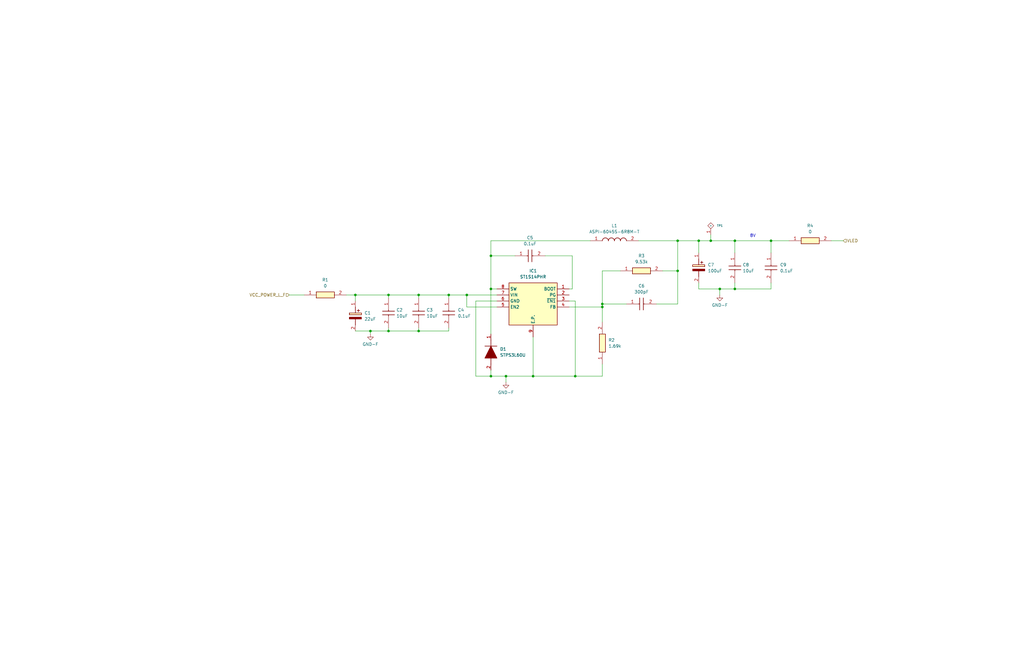
<source format=kicad_sch>
(kicad_sch (version 20231120) (generator "eeschema") (generator_version "8.0")
  (paper "B")
  (title_block (title "Audio System") (date "2025-02-06") (rev "P1") (company "Wolfe Engineering"))
  (lib_symbols
    (symbol "1 Audio Amp:RC0603JR-070RL" (pin_names hide)
      (property "Reference" "R" (at 13.97 6.35 0))
      (property "Value" "RC0603JR-070RL" (at 13.97 3.81 0))
      (symbol "RC0603JR-070RL_1_1"
        (rectangle (start 5.08 1.27) (end 12.7 -1.27) (stroke (width 0.254)) (fill (type background)))
        (pin passive line (at 0 0 0) (length 5.08) (name "1") (number "1"))
        (pin passive line (at 17.78 0 180) (length 5.08) (name "2") (number "2"))
      )
    )
    (symbol "Audio System:865080343009" (pin_names hide)
      (property "Reference" "C" (at 8.89 6.35 0))
      (property "Value" "865080343009" (at 8.89 3.81 0))
      (symbol "865080343009_1_1"
        (polyline (pts (xy 2.54 0) (xy 5.08 0)) (stroke (width 0.254)))
        (polyline (pts (xy 4.064 1.778) (xy 4.064 0.762)) (stroke (width 0.254)))
        (polyline (pts (xy 4.572 1.27) (xy 3.556 1.27)) (stroke (width 0.254)))
        (polyline (pts (xy 7.62 0) (xy 10.16 0)) (stroke (width 0.254)))
        (polyline (pts (xy 7.62 2.54) (xy 7.62 -2.54) (xy 6.858 -2.54) (xy 6.858 2.54) (xy 7.62 2.54)) (stroke (width 0.254)) (fill (type outline)))
        (rectangle (start 5.08 2.54) (end 5.842 -2.54) (stroke (width 0.254)) (fill (type background)))
        (pin passive line (at 0 0 0) (length 2.54) (name "+") (number "1"))
        (pin passive line (at 12.7 0 180) (length 2.54) (name "-") (number "2"))
      )
    )
    (symbol "Audio System:ASPI-6045S-6R8M-T" (pin_names hide)
      (property "Reference" "L" (at 16.51 6.35 0))
      (property "Value" "ASPI-6045S-6R8M-T" (at 16.51 3.81 0))
      (symbol "ASPI-6045S-6R8M-T_1_1"
        (arc (start 7.62 0) (mid 6.35 1.219) (end 5.08 0) (stroke (width 0.254)))
        (arc (start 10.16 0) (mid 8.89 1.219) (end 7.62 0) (stroke (width 0.254)))
        (arc (start 12.7 0) (mid 11.43 1.219) (end 10.16 0) (stroke (width 0.254)))
        (arc (start 15.24 0) (mid 13.97 1.219) (end 12.7 0) (stroke (width 0.254)))
        (pin passive line (at 0 0 0) (length 5.08) (name "1") (number "1"))
        (pin passive line (at 20.32 0 180) (length 5.08) (name "2") (number "2"))
      )
    )
    (symbol "Audio System:C0603C104M5RACTU" (pin_names hide)
      (property "Reference" "C" (at 8.89 6.35 0))
      (property "Value" "C0603C104M5RACTU" (at 8.89 3.81 0))
      (symbol "C0603C104M5RACTU_1_1"
        (polyline (pts (xy 5.08 0) (xy 5.588 0)) (stroke (width 0.254)))
        (polyline (pts (xy 5.588 2.54) (xy 5.588 -2.54)) (stroke (width 0.254)))
        (polyline (pts (xy 7.112 0) (xy 7.62 0)) (stroke (width 0.254)))
        (polyline (pts (xy 7.112 2.54) (xy 7.112 -2.54)) (stroke (width 0.254)))
        (pin passive line (at 0 0 0) (length 5.08) (name "1") (number "1"))
        (pin passive line (at 12.7 0 180) (length 5.08) (name "2") (number "2"))
      )
    )
    (symbol "Audio System:CL31A106MBHNNNE" (pin_names hide)
      (property "Reference" "C" (at 8.89 6.35 0))
      (property "Value" "CL31A106MBHNNNE" (at 8.89 3.81 0))
      (symbol "CL31A106MBHNNNE_1_1"
        (polyline (pts (xy 5.08 0) (xy 5.588 0)) (stroke (width 0.254)))
        (polyline (pts (xy 5.588 2.54) (xy 5.588 -2.54)) (stroke (width 0.254)))
        (polyline (pts (xy 7.112 0) (xy 7.62 0)) (stroke (width 0.254)))
        (polyline (pts (xy 7.112 2.54) (xy 7.112 -2.54)) (stroke (width 0.254)))
        (pin passive line (at 0 0 0) (length 5.08) (name "1") (number "1"))
        (pin passive line (at 12.7 0 180) (length 5.08) (name "2") (number "2"))
      )
    )
    (symbol "Audio System:EEU-FR1H100B" (pin_names hide)
      (property "Reference" "C" (at 8.89 6.35 0))
      (property "Value" "EEU-FR1H100B" (at 8.89 3.81 0))
      (symbol "EEU-FR1H100B_1_1"
        (polyline (pts (xy 2.54 0) (xy 5.08 0)) (stroke (width 0.254)))
        (polyline (pts (xy 4.064 1.778) (xy 4.064 0.762)) (stroke (width 0.254)))
        (polyline (pts (xy 4.572 1.27) (xy 3.556 1.27)) (stroke (width 0.254)))
        (polyline (pts (xy 7.62 0) (xy 10.16 0)) (stroke (width 0.254)))
        (polyline (pts (xy 7.62 2.54) (xy 7.62 -2.54) (xy 6.858 -2.54) (xy 6.858 2.54) (xy 7.62 2.54)) (stroke (width 0.254)) (fill (type outline)))
        (rectangle (start 5.08 2.54) (end 5.842 -2.54) (stroke (width 0.254)) (fill (type background)))
        (pin passive line (at 0 0 0) (length 2.54) (name "+") (number "1"))
        (pin passive line (at 12.7 0 180) (length 2.54) (name "-") (number "2"))
      )
    )
    (symbol "Audio System:GCM1555C1H301JA16D" (pin_names hide)
      (property "Reference" "C" (at 8.89 6.35 0))
      (property "Value" "GCM1555C1H301JA16D" (at 8.89 3.81 0))
      (symbol "GCM1555C1H301JA16D_1_1"
        (polyline (pts (xy 5.08 0) (xy 5.588 0)) (stroke (width 0.254)))
        (polyline (pts (xy 5.588 2.54) (xy 5.588 -2.54)) (stroke (width 0.254)))
        (polyline (pts (xy 7.112 0) (xy 7.62 0)) (stroke (width 0.254)))
        (polyline (pts (xy 7.112 2.54) (xy 7.112 -2.54)) (stroke (width 0.254)))
        (pin passive line (at 0 0 0) (length 5.08) (name "1") (number "1"))
        (pin passive line (at 12.7 0 180) (length 5.08) (name "2") (number "2"))
      )
    )
    (symbol "Audio System:RC0603FR-071K69L" (pin_names hide)
      (property "Reference" "R" (at 13.97 6.35 0))
      (property "Value" "RC0603FR-071K69L" (at 13.97 3.81 0))
      (symbol "RC0603FR-071K69L_1_1"
        (rectangle (start 5.08 1.27) (end 12.7 -1.27) (stroke (width 0.254)) (fill (type background)))
        (pin passive line (at 0 0 0) (length 5.08) (name "1") (number "1"))
        (pin passive line (at 17.78 0 180) (length 5.08) (name "2") (number "2"))
      )
    )
    (symbol "Audio System:RC0603FR-079K53L" (pin_names hide)
      (property "Reference" "R" (at 13.97 6.35 0))
      (property "Value" "RC0603FR-079K53L" (at 13.97 3.81 0))
      (symbol "RC0603FR-079K53L_1_1"
        (rectangle (start 5.08 1.27) (end 12.7 -1.27) (stroke (width 0.254)) (fill (type background)))
        (pin passive line (at 0 0 0) (length 5.08) (name "1") (number "1"))
        (pin passive line (at 17.78 0 180) (length 5.08) (name "2") (number "2"))
      )
    )
    (symbol "Audio System:ST1S14PHR"
      (property "Reference" "IC" (at 26.67 7.62 0))
      (property "Value" "ST1S14PHR" (at 26.67 5.08 0))
      (symbol "ST1S14PHR_1_1"
        (rectangle (start 5.08 2.54) (end 25.4 -15.24) (stroke (width 0.254)) (fill (type background)))
        (pin passive line (at 0 0 0) (length 5.08) (name "BOOT") (number "1"))
        (pin passive line (at 0 -2.54 0) (length 5.08) (name "PG") (number "2"))
        (pin passive line (at 0 -5.08 0) (length 5.08) (name "~{EN1}") (number "3"))
        (pin passive line (at 0 -7.62 0) (length 5.08) (name "FB") (number "4"))
        (pin passive line (at 30.48 -7.62 180) (length 5.08) (name "EN2") (number "5"))
        (pin passive line (at 30.48 -5.08 180) (length 5.08) (name "GND") (number "6"))
        (pin passive line (at 30.48 -2.54 180) (length 5.08) (name "VIN") (number "7"))
        (pin passive line (at 30.48 0 180) (length 5.08) (name "SW") (number "8"))
        (pin passive line (at 15.24 -20.32 90) (length 5.08) (name "E.P.") (number "9"))
      )
    )
    (symbol "Audio System:STPS3L60U" (pin_names hide)
      (property "Reference" "D" (at 11.43 5.08 0))
      (property "Value" "STPS3L60U" (at 11.43 2.54 0))
      (symbol "STPS3L60U_1_1"
        (polyline (pts (xy 2.54 0) (xy 5.08 0)) (stroke (width 0.254)))
        (polyline (pts (xy 5.08 2.54) (xy 5.08 -2.54)) (stroke (width 0.254)))
        (polyline (pts (xy 10.16 0) (xy 12.7 0)) (stroke (width 0.254)))
        (polyline (pts (xy 5.08 0) (xy 10.16 2.54) (xy 10.16 -2.54) (xy 5.08 0)) (stroke (width 0.254)) (fill (type outline)))
        (pin passive line (at 0 0 0) (length 2.54) (name "K") (number "1"))
        (pin passive line (at 15.24 0 180) (length 2.54) (name "A") (number "2"))
      )
    )
    (symbol "Audio System:TP"
      (property "Reference" "TP" (at 2.54 -1.27 0))
      (symbol "TP_0_1"
        (polyline (pts (xy 0 -1.27) (xy 1.27 0) (xy 0 1.27) (xy -1.27 0) (xy 0 -1.27)))
      )
      (symbol "TP_1_1"
        (pin input line (at 0 -3.81 90) (length 2.54) (name "") (number "1"))
      )
    )
    (symbol "GND_2" (power) (pin_names (offset 0))
      (property "Value" "GND" (at 0 -3.81 0))
      (symbol "GND_2_0_1"
        (polyline (pts (xy 0 0) (xy 0 -1.27) (xy 1.27 -1.27) (xy 0 -2.54) (xy -1.27 -1.27) (xy 0 -1.27)))
      )
      (symbol "GND_2_1_1"
        (pin power_in line (at 0 0 270) (length 0) hide (name "GND") (number "1"))
      )
    )
    (symbol "GND_3" (power) (pin_names (offset 0))
      (property "Value" "GND" (at 0 -3.81 0))
      (symbol "GND_3_0_1"
        (polyline (pts (xy 0 0) (xy 0 -1.27) (xy 1.27 -1.27) (xy 0 -2.54) (xy -1.27 -1.27) (xy 0 -1.27)))
      )
      (symbol "GND_3_1_1"
        (pin power_in line (at 0 0 270) (length 0) hide (name "GND") (number "1"))
      )
    )
  )
  (junction (at 207.01 121.92))
  (junction (at 294.64 101.6))
  (junction (at 254 128.27))
  (junction (at 149.86 124.46))
  (junction (at 309.88 101.6))
  (junction (at 254 129.54))
  (junction (at 189.23 124.46))
  (junction (at 303.53 121.92))
  (junction (at 299.72 101.6))
  (junction (at 309.88 121.92))
  (junction (at 207.01 107.95))
  (junction (at 213.36 158.75))
  (junction (at 163.83 139.7))
  (junction (at 176.53 124.46))
  (junction (at 163.83 124.46))
  (junction (at 325.12 101.6))
  (junction (at 176.53 139.7))
  (junction (at 207.01 158.75))
  (junction (at 285.75 101.6))
  (junction (at 224.79 158.75))
  (junction (at 242.57 158.75))
  (junction (at 156.21 139.7))
  (junction (at 196.85 124.46))
  (junction (at 285.75 114.3))
  (wire (pts (xy 207.01 121.92) (xy 209.55 121.92)))
  (wire (pts (xy 176.53 125.73) (xy 176.53 124.46)))
  (wire (pts (xy 189.23 124.46) (xy 196.85 124.46)))
  (wire (pts (xy 242.57 158.75) (xy 224.79 158.75)))
  (wire (pts (xy 213.36 158.75) (xy 207.01 158.75)))
  (wire (pts (xy 209.55 127) (xy 200.66 127)))
  (wire (pts (xy 209.55 129.54) (xy 196.85 129.54)))
  (wire (pts (xy 240.03 127) (xy 242.57 127)))
  (wire (pts (xy 189.23 138.43) (xy 189.23 139.7)))
  (wire (pts (xy 207.01 158.75) (xy 200.66 158.75)))
  (wire (pts (xy 285.75 114.3) (xy 285.75 128.27)))
  (wire (pts (xy 294.64 101.6) (xy 294.64 106.68)))
  (wire (pts (xy 294.64 119.38) (xy 294.64 121.92)))
  (wire (pts (xy 241.3 107.95) (xy 229.87 107.95)))
  (wire (pts (xy 207.01 121.92) (xy 207.01 140.97)))
  (wire (pts (xy 240.03 121.92) (xy 241.3 121.92)))
  (wire (pts (xy 303.53 121.92) (xy 303.53 124.46)))
  (wire (pts (xy 121.92 124.46) (xy 128.27 124.46)))
  (wire (pts (xy 196.85 124.46) (xy 209.55 124.46)))
  (wire (pts (xy 261.62 114.3) (xy 254 114.3)))
  (wire (pts (xy 309.88 101.6) (xy 325.12 101.6)))
  (wire (pts (xy 309.88 121.92) (xy 325.12 121.92)))
  (wire (pts (xy 269.24 101.6) (xy 285.75 101.6)))
  (wire (pts (xy 279.4 114.3) (xy 285.75 114.3)))
  (wire (pts (xy 146.05 124.46) (xy 149.86 124.46)))
  (wire (pts (xy 294.64 101.6) (xy 299.72 101.6)))
  (wire (pts (xy 285.75 101.6) (xy 285.75 114.3)))
  (wire (pts (xy 217.17 107.95) (xy 207.01 107.95)))
  (wire (pts (xy 213.36 158.75) (xy 224.79 158.75)))
  (wire (pts (xy 254 158.75) (xy 254 153.67)))
  (wire (pts (xy 276.86 128.27) (xy 285.75 128.27)))
  (wire (pts (xy 189.23 124.46) (xy 189.23 125.73)))
  (wire (pts (xy 325.12 101.6) (xy 332.74 101.6)))
  (wire (pts (xy 350.52 101.6) (xy 355.6 101.6)))
  (wire (pts (xy 241.3 121.92) (xy 241.3 107.95)))
  (wire (pts (xy 149.86 139.7) (xy 156.21 139.7)))
  (wire (pts (xy 299.72 101.6) (xy 309.88 101.6)))
  (wire (pts (xy 264.16 128.27) (xy 254 128.27)))
  (wire (pts (xy 200.66 127) (xy 200.66 158.75)))
  (wire (pts (xy 207.01 107.95) (xy 207.01 121.92)))
  (wire (pts (xy 325.12 119.38) (xy 325.12 121.92)))
  (wire (pts (xy 149.86 124.46) (xy 163.83 124.46)))
  (wire (pts (xy 303.53 121.92) (xy 309.88 121.92)))
  (wire (pts (xy 196.85 129.54) (xy 196.85 124.46)))
  (wire (pts (xy 309.88 101.6) (xy 309.88 106.68)))
  (wire (pts (xy 242.57 127) (xy 242.57 158.75)))
  (wire (pts (xy 213.36 158.75) (xy 213.36 161.29)))
  (wire (pts (xy 254 128.27) (xy 254 129.54)))
  (wire (pts (xy 224.79 142.24) (xy 224.79 158.75)))
  (wire (pts (xy 176.53 139.7) (xy 176.53 138.43)))
  (wire (pts (xy 285.75 101.6) (xy 294.64 101.6)))
  (wire (pts (xy 299.72 99.06) (xy 299.72 101.6)))
  (wire (pts (xy 163.83 139.7) (xy 176.53 139.7)))
  (wire (pts (xy 189.23 139.7) (xy 176.53 139.7)))
  (wire (pts (xy 207.01 101.6) (xy 248.92 101.6)))
  (wire (pts (xy 163.83 125.73) (xy 163.83 124.46)))
  (wire (pts (xy 207.01 107.95) (xy 207.01 101.6)))
  (wire (pts (xy 156.21 139.7) (xy 163.83 139.7)))
  (wire (pts (xy 254 129.54) (xy 254 135.89)))
  (wire (pts (xy 254 114.3) (xy 254 128.27)))
  (wire (pts (xy 309.88 119.38) (xy 309.88 121.92)))
  (wire (pts (xy 325.12 101.6) (xy 325.12 106.68)))
  (wire (pts (xy 163.83 124.46) (xy 176.53 124.46)))
  (wire (pts (xy 294.64 121.92) (xy 303.53 121.92)))
  (wire (pts (xy 207.01 156.21) (xy 207.01 158.75)))
  (wire (pts (xy 240.03 129.54) (xy 254 129.54)))
  (wire (pts (xy 254 158.75) (xy 242.57 158.75)))
  (wire (pts (xy 176.53 124.46) (xy 189.23 124.46)))
  (wire (pts (xy 156.21 139.7) (xy 156.21 140.97)))
  (wire (pts (xy 149.86 124.46) (xy 149.86 127)))
  (wire (pts (xy 163.83 138.43) (xy 163.83 139.7)))
  (text "8V\n" (at 316.23 100.33 0) (effects (font (size 1.27 1.27)) (justify left bottom)))
  (hierarchical_label "VLED" (shape input) (at 355.6 101.6 0))
  (hierarchical_label "VCC_POWER_L_F" (shape input) (at 121.92 124.46 180))
  (symbol (lib_id "Audio System:C0603C104M5RACTU") (at 325.12 106.68 270) (unit 1)
    (property "Reference" "C9" (at 328.93 111.76 90) (effects (justify left)))
    (property "Value" "0.1uF" (at 328.93 114.3 90) (effects (justify left)))
    (property "Footprint" "1 Audio Amp:C0603" (effects (hide yes)))
    (property "Datasheet" "https://content.kemet.com/datasheets/KEM_C1002_X7R_SMD.pdf" (effects (hide yes)))
    (property "Height" "0.87" (effects (hide yes)))
    (property "Manufacturer_Name" "KEMET" (effects (hide yes)))
    (property "Manufacturer_Part_Number" "C0603C104M5RACTU" (effects (hide yes)))
    (property "Mouser Part Number" "80-C0603C104M5R" (effects (hide yes)))
    (property "Mouser Price/Stock" "https://www.mouser.co.uk/ProductDetail/KEMET/C0603C104M5RACTU?qs=YkRtRX%252BfoqJT%252B0m410IP4A%3D%3D" (effects (hide yes)))
    (property "Arrow Part Number" "C0603C104M5RACTU" (effects (hide yes)))
    (property "Arrow Price/Stock" "https://www.arrow.com/en/products/c0603c104m5ractu/kemet-corporation?utm_currency=USD&region=nac" (effects (hide yes)))
  )
  (symbol (lib_id "Audio System:C0603C104M5RACTU") (at 217.17 107.95 0) (unit 1)
    (property "Reference" "C5" (at 223.52 100.33 0))
    (property "Value" "0.1uF" (at 223.52 102.87 0))
    (property "Footprint" "1 Audio Amp:C0603" (effects (hide yes)))
    (property "Datasheet" "https://content.kemet.com/datasheets/KEM_C1002_X7R_SMD.pdf" (effects (hide yes)))
    (property "Height" "0.87" (effects (hide yes)))
    (property "Manufacturer_Name" "KEMET" (effects (hide yes)))
    (property "Manufacturer_Part_Number" "C0603C104M5RACTU" (effects (hide yes)))
    (property "Mouser Part Number" "80-C0603C104M5R" (effects (hide yes)))
    (property "Mouser Price/Stock" "https://www.mouser.co.uk/ProductDetail/KEMET/C0603C104M5RACTU?qs=YkRtRX%252BfoqJT%252B0m410IP4A%3D%3D" (effects (hide yes)))
    (property "Arrow Part Number" "C0603C104M5RACTU" (effects (hide yes)))
    (property "Arrow Price/Stock" "https://www.arrow.com/en/products/c0603c104m5ractu/kemet-corporation?utm_currency=USD&region=nac" (effects (hide yes)))
  )
  (symbol (lib_name "GND_3") (lib_id "power:GND") (at 156.21 140.97 0) (unit 1)
    (property "Reference" "#PWR01" (effects (hide yes)))
    (property "Value" "GND-F" (at 156.21 145.288 0))
  )
  (symbol (lib_name "GND_2") (lib_id "power:GND") (at 213.36 161.29 0) (unit 1)
    (property "Reference" "#PWR02" (effects (hide yes)))
    (property "Value" "GND-F" (at 213.36 165.608 0))
  )
  (symbol (lib_id "Audio System:C0603C104M5RACTU") (at 189.23 125.73 270) (unit 1)
    (property "Reference" "C4" (at 193.04 130.81 90) (effects (justify left)))
    (property "Value" "0.1uF" (at 193.04 133.35 90) (effects (justify left)))
    (property "Footprint" "1 Audio Amp:C0603" (effects (hide yes)))
    (property "Datasheet" "https://content.kemet.com/datasheets/KEM_C1002_X7R_SMD.pdf" (effects (hide yes)))
    (property "Height" "0.87" (effects (hide yes)))
    (property "Manufacturer_Name" "KEMET" (effects (hide yes)))
    (property "Manufacturer_Part_Number" "C0603C104M5RACTU" (effects (hide yes)))
    (property "Mouser Part Number" "80-C0603C104M5R" (effects (hide yes)))
    (property "Mouser Price/Stock" "https://www.mouser.co.uk/ProductDetail/KEMET/C0603C104M5RACTU?qs=YkRtRX%252BfoqJT%252B0m410IP4A%3D%3D" (effects (hide yes)))
    (property "Arrow Part Number" "C0603C104M5RACTU" (effects (hide yes)))
    (property "Arrow Price/Stock" "https://www.arrow.com/en/products/c0603c104m5ractu/kemet-corporation?utm_currency=USD&region=nac" (effects (hide yes)))
  )
  (symbol (lib_id "Audio System:RC0603FR-079K53L") (at 261.62 114.3 0) (unit 1)
    (property "Reference" "R3" (at 270.51 107.95 0))
    (property "Value" "9.53k" (at 270.51 110.49 0))
    (property "Footprint" "1 Audio Amp:RESC1608X55N" (effects (hide yes)))
    (property "Datasheet" "http://www.yageo.com/documents/recent/PYu-RC0603_51_RoHS_L_v5.pdf" (effects (hide yes)))
    (property "Height" "0.55" (effects (hide yes)))
    (property "Manufacturer_Name" "KEMET" (effects (hide yes)))
    (property "Manufacturer_Part_Number" "RC0603FR-079K53L" (effects (hide yes)))
    (property "Mouser Part Number" "603-RC0603FR-079K53L" (effects (hide yes)))
    (property "Mouser Price/Stock" "https://www.mouser.co.uk/ProductDetail/Yageo/RC0603FR-079K53L?qs=2cAdsCoAWREFD9FeX3CIhg%3D%3D" (effects (hide yes)))
    (property "Arrow Part Number" "RC0603FR-079K53L" (effects (hide yes)))
    (property "Arrow Price/Stock" "https://www.arrow.com/en/products/rc0603fr-079k53l/yageo" (effects (hide yes)))
  )
  (symbol (lib_id "Audio System:CL31A106MBHNNNE") (at 163.83 125.73 270) (unit 1)
    (property "Reference" "C2" (at 167.132 130.81 90) (effects (justify left)))
    (property "Value" "10uF" (at 167.132 133.35 90) (effects (justify left)))
    (property "Footprint" "1 Audio Amp:CAPC3216X180N" (effects (hide yes)))
    (property "Datasheet" "https://media.digikey.com/pdf/Data%20Sheets/Samsung%20PDFs/CL_Series_MLCC_ds.pdf" (effects (hide yes)))
    (property "Height" "1.8" (effects (hide yes)))
    (property "Manufacturer_Name" "SAMSUNG" (effects (hide yes)))
    (property "Manufacturer_Part_Number" "CL31A106MBHNNNE" (effects (hide yes)))
    (property "Mouser Part Number" "187-CL31A106MBHNNNE" (effects (hide yes)))
    (property "Mouser Price/Stock" "https://www.mouser.co.uk/ProductDetail/Samsung-Electro-Mechanics/CL31A106MBHNNNE?qs=vLWxofP3U2ynwxdpGjlUyw%3D%3D" (effects (hide yes)))
    (property "Arrow Part Number" "CL31A106MBHNNNE" (effects (hide yes)))
    (property "Arrow Price/Stock" "https://www.arrow.com/en/products/cl31a106mbhnnne/samsung-electro-mechanics?region=nac" (effects (hide yes)))
  )
  (symbol (lib_id "Audio System:ST1S14PHR") (at 240.03 121.92 0) (mirror y) (unit 1)
    (property "Reference" "IC1" (at 224.79 114.3 0))
    (property "Value" "ST1S14PHR" (at 224.79 116.84 0))
    (property "Footprint" "1 Audio Amp:SOIC127P600X175-9N" (effects (hide yes)))
    (property "Datasheet" "http://www.st.com/web/en/resource/technical/document/datasheet/CD00285678.pdf" (effects (hide yes)))
    (property "Height" "1.75" (effects (hide yes)))
    (property "Manufacturer_Name" "STMicroelectronics" (effects (hide yes)))
    (property "Manufacturer_Part_Number" "ST1S14PHR" (effects (hide yes)))
    (property "Mouser Part Number" "511-ST1S14PHR" (effects (hide yes)))
    (property "Mouser Price/Stock" "https://www.mouser.co.uk/ProductDetail/STMicroelectronics/ST1S14PHR?qs=NQm4g1eHia4Ogn8sLa%252BqDg%3D%3D" (effects (hide yes)))
    (property "Arrow Part Number" "ST1S14PHR" (effects (hide yes)))
    (property "Arrow Price/Stock" "https://www.arrow.com/en/products/st1s14phr/stmicroelectronics?region=europe" (effects (hide yes)))
  )
  (symbol (lib_id "Audio System:CL31A106MBHNNNE") (at 176.53 125.73 270) (unit 1)
    (property "Reference" "C3" (at 179.832 130.81 90) (effects (justify left)))
    (property "Value" "10uF" (at 179.832 133.35 90) (effects (justify left)))
    (property "Footprint" "1 Audio Amp:CAPC3216X180N" (effects (hide yes)))
    (property "Datasheet" "https://media.digikey.com/pdf/Data%20Sheets/Samsung%20PDFs/CL_Series_MLCC_ds.pdf" (effects (hide yes)))
    (property "Height" "1.8" (effects (hide yes)))
    (property "Manufacturer_Name" "SAMSUNG" (effects (hide yes)))
    (property "Manufacturer_Part_Number" "CL31A106MBHNNNE" (effects (hide yes)))
    (property "Mouser Part Number" "187-CL31A106MBHNNNE" (effects (hide yes)))
    (property "Mouser Price/Stock" "https://www.mouser.co.uk/ProductDetail/Samsung-Electro-Mechanics/CL31A106MBHNNNE?qs=vLWxofP3U2ynwxdpGjlUyw%3D%3D" (effects (hide yes)))
    (property "Arrow Part Number" "CL31A106MBHNNNE" (effects (hide yes)))
    (property "Arrow Price/Stock" "https://www.arrow.com/en/products/cl31a106mbhnnne/samsung-electro-mechanics?region=nac" (effects (hide yes)))
  )
  (symbol (lib_id "Audio System:EEU-FR1H100B") (at 149.86 127 270) (unit 1)
    (property "Reference" "C1" (at 153.67 132.08 90) (effects (justify left)))
    (property "Value" "22uF" (at 153.67 134.62 90) (effects (justify left)))
    (property "Footprint" "1 Audio Amp:CAPPRD200W55D500H1250" (effects (hide yes)))
    (property "Datasheet" "http://industrial.panasonic.com/cdbs/www-data/pdf/RDF0000/ABA0000C1259.pdf" (effects (hide yes)))
    (property "Height" "12.5" (effects (hide yes)))
    (property "Manufacturer_Name" "Panasonic" (effects (hide yes)))
    (property "Manufacturer_Part_Number" "EEU-FR1H100B" (effects (hide yes)))
    (property "Mouser Part Number" "667-EEU-FR1H100B" (effects (hide yes)))
    (property "Mouser Price/Stock" "https://www.mouser.co.uk/ProductDetail/Panasonic/EEU-FR1H100B?qs=tfZGHB2PWd1xuGJO0KXeNw%3D%3D" (effects (hide yes)))
    (property "Arrow Part Number" "EEU-FR1H100B" (effects (hide yes)))
    (property "Arrow Price/Stock" "https://www.arrow.com/en/products/eeu-fr1h100b/panasonic?region=nac" (effects (hide yes)))
  )
  (symbol (lib_id "Audio System:GCM1555C1H301JA16D") (at 264.16 128.27 0) (unit 1)
    (property "Reference" "C6" (at 270.51 120.65 0))
    (property "Value" "300pF" (at 270.51 123.19 0))
    (property "Footprint" "1 Audio Amp:GCM155" (effects (hide yes)))
    (property "Datasheet" "https://search.murata.co.jp/Ceramy/image/img/A01X/G101/ENG/GCM1555C1H301JA16-01.pdf" (effects (hide yes)))
    (property "Height" "0.55" (effects (hide yes)))
    (property "Manufacturer_Name" "Murata Electronics" (effects (hide yes)))
    (property "Manufacturer_Part_Number" "GCM1555C1H301JA16D" (effects (hide yes)))
    (property "Mouser Part Number" "81-GCM1555C1H301JA6D" (effects (hide yes)))
    (property "Mouser Price/Stock" "https://www.mouser.com/Search/Refine.aspx?Keyword=81-GCM1555C1H301JA6D" (effects (hide yes)))
  )
  (symbol (lib_id "Audio System:TP") (at 299.72 95.25 0) (unit 1) (exclude_from_sim yes) (in_bom no)
    (property "Reference" "TP1" (at 302.26 95.2499 0) (effects (font (size 0.9 0.9)) (justify left)))
    (property "Value" "~" (at 299.72 95.25 0))
    (property "Footprint" "1 Audio Amp:TP" (effects (hide yes)))
  )
  (symbol (lib_id "1 Audio Amp:RC0603JR-070RL") (at 128.27 124.46 0) (unit 1)
    (property "Reference" "R1" (at 137.16 118.11 0))
    (property "Value" "0" (at 137.16 120.65 0))
    (property "Footprint" "1 Audio Amp:RESC1608X55N" (effects (hide yes)))
    (property "Datasheet" "https://componentsearchengine.com/Datasheets/2/RC0603JR-070RL.pdf" (effects (hide yes)))
    (property "Description" "Yageo 0, 0603 (1608M) Thick Film SMD Resistor - RC0603JR-070RL" (effects (hide yes)))
    (property "Height" "0.55" (effects (hide yes)))
    (property "Manufacturer_Name" "YAGEO" (effects (hide yes)))
    (property "Manufacturer_Part_Number" "RC0603JR-070RL" (effects (hide yes)))
    (property "Mouser Part Number" "603-RC0603JR-070RL" (effects (hide yes)))
    (property "Mouser Price/Stock" "https://www.mouser.co.uk/ProductDetail/YAGEO/RC0603JR-070RL?qs=2cAdsCoAWRGWyPcuXgGiXQ%3D%3D" (effects (hide yes)))
    (property "Arrow Part Number" "RC0603JR-070RL" (effects (hide yes)))
    (property "Arrow Price/Stock" "https://www.arrow.com/en/products/rc0603jr-070rl/yageo?utm_currency=USD&region=nac" (effects (hide yes)))
  )
  (symbol (lib_id "Audio System:STPS3L60U") (at 207.01 140.97 270) (unit 1)
    (property "Reference" "D1" (at 210.82 147.32 90) (effects (justify left)))
    (property "Value" "STPS3L60U" (at 210.82 149.86 90) (effects (justify left)))
    (property "Footprint" "1 Audio Amp:SMBJ50CA" (effects (hide yes)))
    (property "Datasheet" "http://www.st.com/web/en/resource/technical/document/datasheet/CD00002286.pdf" (effects (hide yes)))
    (property "Height" "2.65" (effects (hide yes)))
    (property "Manufacturer_Name" "STMicroelectronics" (effects (hide yes)))
    (property "Manufacturer_Part_Number" "STPS3L60U" (effects (hide yes)))
    (property "Mouser Part Number" "511-STPS3L60U" (effects (hide yes)))
    (property "Mouser Price/Stock" "https://www.mouser.co.uk/ProductDetail/STMicroelectronics/STPS3L60U?qs=NP3vpjCFX6iwV3DBAjttBw%3D%3D" (effects (hide yes)))
    (property "Arrow Part Number" "STPS3L60U" (effects (hide yes)))
    (property "Arrow Price/Stock" "https://www.arrow.com/en/products/stps3l60u/stmicroelectronics?region=europe" (effects (hide yes)))
  )
  (symbol (lib_id "Audio System:CL31A106MBHNNNE") (at 309.88 106.68 270) (unit 1)
    (property "Reference" "C8" (at 313.182 111.76 90) (effects (justify left)))
    (property "Value" "10uF" (at 313.182 114.3 90) (effects (justify left)))
    (property "Footprint" "1 Audio Amp:CAPC3216X180N" (effects (hide yes)))
    (property "Datasheet" "https://media.digikey.com/pdf/Data%20Sheets/Samsung%20PDFs/CL_Series_MLCC_ds.pdf" (effects (hide yes)))
    (property "Height" "1.8" (effects (hide yes)))
    (property "Manufacturer_Name" "SAMSUNG" (effects (hide yes)))
    (property "Manufacturer_Part_Number" "CL31A106MBHNNNE" (effects (hide yes)))
    (property "Mouser Part Number" "187-CL31A106MBHNNNE" (effects (hide yes)))
    (property "Mouser Price/Stock" "https://www.mouser.co.uk/ProductDetail/Samsung-Electro-Mechanics/CL31A106MBHNNNE?qs=vLWxofP3U2ynwxdpGjlUyw%3D%3D" (effects (hide yes)))
    (property "Arrow Part Number" "CL31A106MBHNNNE" (effects (hide yes)))
    (property "Arrow Price/Stock" "https://www.arrow.com/en/products/cl31a106mbhnnne/samsung-electro-mechanics?region=nac" (effects (hide yes)))
  )
  (symbol (lib_name "GND_2") (lib_id "power:GND") (at 303.53 124.46 0) (unit 1)
    (property "Reference" "#PWR03" (effects (hide yes)))
    (property "Value" "GND-F" (at 303.53 128.778 0))
  )
  (symbol (lib_id "Audio System:ASPI-6045S-6R8M-T") (at 248.92 101.6 0) (unit 1)
    (property "Reference" "L1" (at 259.08 95.25 0))
    (property "Value" "ASPI-6045S-6R8M-T" (at 259.08 97.79 0))
    (property "Footprint" "1 Audio Amp:ASPI-6045S" (effects (hide yes)))
    (property "Datasheet" "https://abracon.com/Magnetics/power/ASPI-6045S.pdf" (effects (hide yes)))
    (property "Height" "4.5" (effects (hide yes)))
    (property "Manufacturer_Name" "ABRACON" (effects (hide yes)))
    (property "Manufacturer_Part_Number" "ASPI-6045S-6R8M-T" (effects (hide yes)))
    (property "Mouser Part Number" "815-ASPI-6045S-6R8MT" (effects (hide yes)))
    (property "Mouser Price/Stock" "https://www.mouser.co.uk/ProductDetail/ABRACON/ASPI-6045S-6R8M-T?qs=Y3s8Jkk9bu9mAbWIGyDq8w%3D%3D" (effects (hide yes)))
    (property "Arrow Part Number" "ASPI-6045S-6R8M-T" (effects (hide yes)))
    (property "Arrow Price/Stock" "https://www.arrow.com/en/products/aspi-6045s-6r8m-t/abracon?region=europe" (effects (hide yes)))
  )
  (symbol (lib_id "1 Audio Amp:RC0603JR-070RL") (at 332.74 101.6 0) (unit 1)
    (property "Reference" "R4" (at 341.63 95.25 0))
    (property "Value" "0" (at 341.63 97.79 0))
    (property "Footprint" "1 Audio Amp:RESC1608X55N" (effects (hide yes)))
    (property "Datasheet" "https://componentsearchengine.com/Datasheets/2/RC0603JR-070RL.pdf" (effects (hide yes)))
    (property "Description" "Yageo 0, 0603 (1608M) Thick Film SMD Resistor - RC0603JR-070RL" (effects (hide yes)))
    (property "Height" "0.55" (effects (hide yes)))
    (property "Manufacturer_Name" "YAGEO" (effects (hide yes)))
    (property "Manufacturer_Part_Number" "RC0603JR-070RL" (effects (hide yes)))
    (property "Mouser Part Number" "603-RC0603JR-070RL" (effects (hide yes)))
    (property "Mouser Price/Stock" "https://www.mouser.co.uk/ProductDetail/YAGEO/RC0603JR-070RL?qs=2cAdsCoAWRGWyPcuXgGiXQ%3D%3D" (effects (hide yes)))
    (property "Arrow Part Number" "RC0603JR-070RL" (effects (hide yes)))
    (property "Arrow Price/Stock" "https://www.arrow.com/en/products/rc0603jr-070rl/yageo?utm_currency=USD&region=nac" (effects (hide yes)))
  )
  (symbol (lib_id "Audio System:865080343009") (at 294.64 106.68 270) (unit 1)
    (property "Reference" "C7" (at 298.45 111.76 90) (effects (justify left)))
    (property "Value" "100uF" (at 298.45 114.3 90) (effects (justify left)))
    (property "Footprint" "1 Audio Amp:865080343009" (effects (hide yes)))
    (property "Datasheet" "https://www.we-online.com/components/products/datasheet/865080343009.pdf" (effects (hide yes)))
    (property "Height" "5" (effects (hide yes)))
    (property "Manufacturer_Name" "Wurth Elektronik" (effects (hide yes)))
    (property "Manufacturer_Part_Number" "865080343009" (effects (hide yes)))
    (property "Mouser Part Number" "710-865080343009" (effects (hide yes)))
    (property "Mouser Price/Stock" "https://www.mouser.co.uk/ProductDetail/Wurth-Elektronik/865080343009?qs=0KOYDY2FL28Gid9q%2FqirTQ%3D%3D" (effects (hide yes)))
  )
  (symbol (lib_id "Audio System:RC0603FR-071K69L") (at 254 153.67 90) (unit 1)
    (property "Reference" "R2" (at 256.54 143.51 90) (effects (justify right)))
    (property "Value" "1.69k" (at 256.54 146.05 90) (effects (justify right)))
    (property "Footprint" "1 Audio Amp:RESC1608X55N" (effects (hide yes)))
    (property "Datasheet" "http://www.yageo.com/documents/recent/PYu-RC0603_51_RoHS_L_v5.pdf" (effects (hide yes)))
    (property "Height" "0.55" (effects (hide yes)))
    (property "Manufacturer_Name" "KEMET" (effects (hide yes)))
    (property "Manufacturer_Part_Number" "RC0603FR-071K69L" (effects (hide yes)))
    (property "Mouser Part Number" "603-RC0603FR-071K69L" (effects (hide yes)))
    (property "Mouser Price/Stock" "http://www.mouser.com/Search/ProductDetail.aspx?qs=VU8sRB4EgwCRCEnumkExQg%3d%3d" (effects (hide yes)))
    (property "Arrow Part Number" "RC0603FR-071K69L" (effects (hide yes)))
    (property "Arrow Price/Stock" "https://www.arrow.com/en/products/rc0603fr-071k69l/yageo" (effects (hide yes)))
  )
)
</source>
